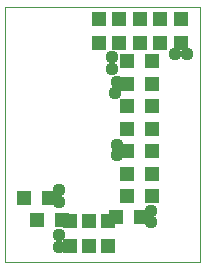
<source format=gts>
G75*
%MOIN*%
%OFA0B0*%
%FSLAX24Y24*%
%IPPOS*%
%LPD*%
%AMOC8*
5,1,8,0,0,1.08239X$1,22.5*
%
%ADD10C,0.0000*%
%ADD11R,0.0512X0.0512*%
%ADD12C,0.0437*%
D10*
X002267Y002517D02*
X002267Y011017D01*
X008767Y011017D01*
X008767Y002517D01*
X002267Y002517D01*
D11*
X003353Y003892D03*
X003743Y004642D03*
X004180Y003892D03*
X004454Y003868D03*
X005079Y003868D03*
X005704Y003868D03*
X005978Y004017D03*
X006353Y004704D03*
X006805Y004017D03*
X007180Y004704D03*
X007180Y005454D03*
X007180Y006204D03*
X007180Y006954D03*
X007180Y007704D03*
X007180Y008454D03*
X007180Y009204D03*
X007454Y009791D03*
X006767Y009791D03*
X006353Y009204D03*
X006079Y009791D03*
X005392Y009791D03*
X005392Y010618D03*
X006079Y010618D03*
X006767Y010618D03*
X007454Y010618D03*
X008142Y010618D03*
X008142Y009791D03*
X006353Y008454D03*
X006353Y007704D03*
X006353Y006954D03*
X006353Y006204D03*
X006353Y005454D03*
X005704Y003041D03*
X005079Y003041D03*
X004454Y003041D03*
X002916Y004642D03*
D12*
X004079Y004517D03*
X004079Y004892D03*
X004079Y003392D03*
X004079Y003017D03*
X006017Y006079D03*
X006017Y006392D03*
X005954Y008142D03*
X006017Y008517D03*
X005829Y008954D03*
X005829Y009329D03*
X007954Y009454D03*
X008329Y009454D03*
X007142Y004204D03*
X007142Y003829D03*
M02*

</source>
